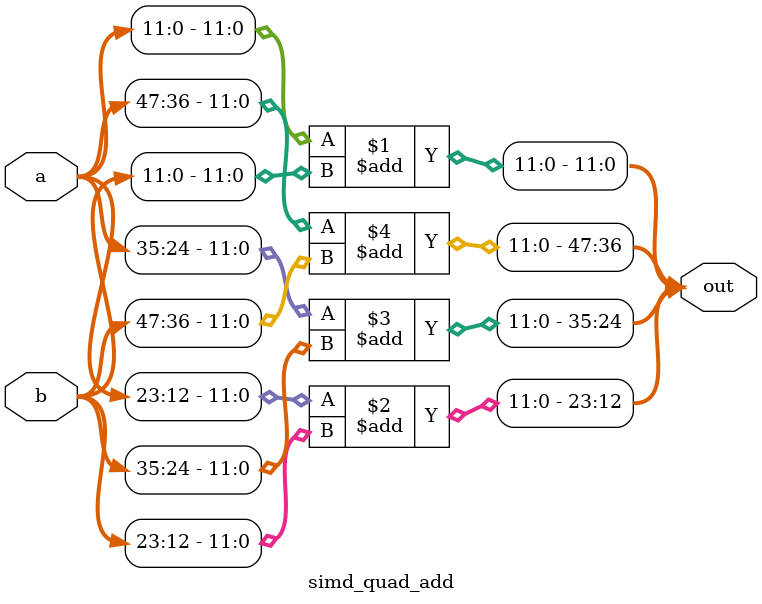
<source format=v>
(* use_dsp = "yes" *)
module simd_quad_add (input [47:0] a, b, output [47:0] out);
  assign {out[47:36], out[35:24], out[23:12], out[11:0]} 
   = {a[47:36] + b[47:36], a[35:24] + b[35:24], a[23:12] + b[23:12], a[11:0] + b[11:0]};
endmodule

</source>
